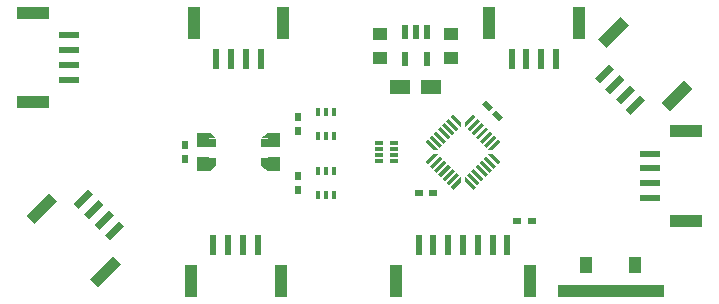
<source format=gbr>
G04 #@! TF.FileFunction,Paste,Bot*
%FSLAX46Y46*%
G04 Gerber Fmt 4.6, Leading zero omitted, Abs format (unit mm)*
G04 Created by KiCad (PCBNEW 4.0.5-e0-6337~49~ubuntu14.04.1) date Mon May 15 20:50:12 2017*
%MOMM*%
%LPD*%
G01*
G04 APERTURE LIST*
%ADD10C,0.100000*%
%ADD11R,0.600000X1.700000*%
%ADD12R,1.000000X2.700000*%
%ADD13R,1.600000X0.800000*%
%ADD14R,1.000000X1.200000*%
%ADD15R,1.700000X0.600000*%
%ADD16R,2.700000X1.000000*%
%ADD17R,1.200000X1.000000*%
%ADD18R,1.800000X1.250000*%
%ADD19R,0.800000X0.500000*%
%ADD20R,0.500000X0.800000*%
%ADD21R,0.800000X0.300000*%
%ADD22R,0.600000X1.200000*%
%ADD23R,9.000000X1.000000*%
%ADD24R,1.000000X1.400000*%
%ADD25R,0.300000X0.800000*%
G04 APERTURE END LIST*
D10*
D11*
X175625000Y-82150000D03*
X176875000Y-82150000D03*
X174375000Y-82150000D03*
X173125000Y-82150000D03*
D12*
X178800000Y-79100000D03*
X171200000Y-79100000D03*
D13*
X147300000Y-89200000D03*
X147300000Y-90800000D03*
X152700000Y-89200000D03*
X152700000Y-90800000D03*
D14*
X153000000Y-89000000D03*
X153000000Y-91000000D03*
X147000000Y-89000000D03*
X147000000Y-91000000D03*
D10*
G36*
X152550000Y-88400000D02*
X153100000Y-88800000D01*
X151900000Y-88800000D01*
X152450000Y-88400000D01*
X152550000Y-88400000D01*
X152550000Y-88400000D01*
G37*
G36*
X152450000Y-91600000D02*
X151900000Y-91200000D01*
X153100000Y-91200000D01*
X152550000Y-91600000D01*
X152450000Y-91600000D01*
X152450000Y-91600000D01*
G37*
G36*
X147550000Y-88400000D02*
X148100000Y-88800000D01*
X146900000Y-88800000D01*
X147450000Y-88400000D01*
X147550000Y-88400000D01*
X147550000Y-88400000D01*
G37*
G36*
X147450000Y-91600000D02*
X146900000Y-91200000D01*
X148100000Y-91200000D01*
X147550000Y-91600000D01*
X147450000Y-91600000D01*
X147450000Y-91600000D01*
G37*
D15*
X135650000Y-81375000D03*
X135650000Y-80125000D03*
X135650000Y-82625000D03*
X135650000Y-83875000D03*
D16*
X132600000Y-78200000D03*
X132600000Y-85800000D03*
D10*
G36*
X138568288Y-94472093D02*
X137366206Y-95674175D01*
X136941942Y-95249911D01*
X138144024Y-94047829D01*
X138568288Y-94472093D01*
X138568288Y-94472093D01*
G37*
G36*
X137684404Y-93588210D02*
X136482322Y-94790292D01*
X136058058Y-94366028D01*
X137260140Y-93163946D01*
X137684404Y-93588210D01*
X137684404Y-93588210D01*
G37*
G36*
X139452171Y-95355976D02*
X138250089Y-96558058D01*
X137825825Y-96133794D01*
X139027907Y-94931712D01*
X139452171Y-95355976D01*
X139452171Y-95355976D01*
G37*
G36*
X140336054Y-96239860D02*
X139133972Y-97441942D01*
X138709708Y-97017678D01*
X139911790Y-95815596D01*
X140336054Y-96239860D01*
X140336054Y-96239860D01*
G37*
G36*
X134661523Y-94171573D02*
X132752334Y-96080762D01*
X132045227Y-95373655D01*
X133954416Y-93464466D01*
X134661523Y-94171573D01*
X134661523Y-94171573D01*
G37*
G36*
X140035534Y-99545584D02*
X138126345Y-101454773D01*
X137419238Y-100747666D01*
X139328427Y-98838477D01*
X140035534Y-99545584D01*
X140035534Y-99545584D01*
G37*
D17*
X168000000Y-80000000D03*
X168000000Y-82000000D03*
D18*
X163700000Y-84500000D03*
X166300000Y-84500000D03*
D10*
G36*
X172383883Y-87030330D02*
X172030330Y-87383883D01*
X171464645Y-86818198D01*
X171818198Y-86464645D01*
X172383883Y-87030330D01*
X172383883Y-87030330D01*
G37*
G36*
X171535355Y-86181802D02*
X171181802Y-86535355D01*
X170616117Y-85969670D01*
X170969670Y-85616117D01*
X171535355Y-86181802D01*
X171535355Y-86181802D01*
G37*
D17*
X162000000Y-82000000D03*
X162000000Y-80000000D03*
D19*
X173600000Y-95800000D03*
X174800000Y-95800000D03*
D11*
X150625000Y-82150000D03*
X151875000Y-82150000D03*
X149375000Y-82150000D03*
X148125000Y-82150000D03*
D12*
X153800000Y-79100000D03*
X146200000Y-79100000D03*
D11*
X149125000Y-97850000D03*
X147875000Y-97850000D03*
X150375000Y-97850000D03*
X151625000Y-97850000D03*
D12*
X145950000Y-100900000D03*
X153550000Y-100900000D03*
D10*
G36*
X181931712Y-85527907D02*
X183133794Y-84325825D01*
X183558058Y-84750089D01*
X182355976Y-85952171D01*
X181931712Y-85527907D01*
X181931712Y-85527907D01*
G37*
G36*
X182815596Y-86411790D02*
X184017678Y-85209708D01*
X184441942Y-85633972D01*
X183239860Y-86836054D01*
X182815596Y-86411790D01*
X182815596Y-86411790D01*
G37*
G36*
X181047829Y-84644024D02*
X182249911Y-83441942D01*
X182674175Y-83866206D01*
X181472093Y-85068288D01*
X181047829Y-84644024D01*
X181047829Y-84644024D01*
G37*
G36*
X180163946Y-83760140D02*
X181366028Y-82558058D01*
X181790292Y-82982322D01*
X180588210Y-84184404D01*
X180163946Y-83760140D01*
X180163946Y-83760140D01*
G37*
G36*
X185838477Y-85828427D02*
X187747666Y-83919238D01*
X188454773Y-84626345D01*
X186545584Y-86535534D01*
X185838477Y-85828427D01*
X185838477Y-85828427D01*
G37*
G36*
X180464466Y-80454416D02*
X182373655Y-78545227D01*
X183080762Y-79252334D01*
X181171573Y-81161523D01*
X180464466Y-80454416D01*
X180464466Y-80454416D01*
G37*
D15*
X184850000Y-92625000D03*
X184850000Y-93875000D03*
X184850000Y-91375000D03*
X184850000Y-90125000D03*
D16*
X187900000Y-95800000D03*
X187900000Y-88200000D03*
D20*
X155000000Y-92000000D03*
X155000000Y-93200000D03*
X155000000Y-88200000D03*
X155000000Y-87000000D03*
X145500000Y-90600000D03*
X145500000Y-89400000D03*
D19*
X166500000Y-93500000D03*
X165300000Y-93500000D03*
D21*
X163150000Y-90750000D03*
X163150000Y-90250000D03*
X163150000Y-89750000D03*
X163150000Y-89250000D03*
X161850000Y-89250000D03*
X161850000Y-89750000D03*
X161850000Y-90250000D03*
X161850000Y-90750000D03*
D22*
X165000000Y-79850000D03*
X164050000Y-79850000D03*
X165950000Y-79850000D03*
X165950000Y-82150000D03*
X164050000Y-82150000D03*
D10*
G36*
X167946353Y-92958215D02*
X168582749Y-92321819D01*
X168794881Y-92533951D01*
X168158485Y-93170347D01*
X167946353Y-92958215D01*
X167946353Y-92958215D01*
G37*
G36*
X167592800Y-92604662D02*
X168441328Y-91756134D01*
X168653460Y-91968266D01*
X167804932Y-92816794D01*
X167592800Y-92604662D01*
X167592800Y-92604662D01*
G37*
G36*
X167239246Y-92251108D02*
X168087774Y-91402580D01*
X168299906Y-91614712D01*
X167451378Y-92463240D01*
X167239246Y-92251108D01*
X167239246Y-92251108D01*
G37*
G36*
X166885693Y-91897555D02*
X167734221Y-91049027D01*
X167946353Y-91261159D01*
X167097825Y-92109687D01*
X166885693Y-91897555D01*
X166885693Y-91897555D01*
G37*
G36*
X166532139Y-91544002D02*
X167380667Y-90695474D01*
X167592799Y-90907606D01*
X166744271Y-91756134D01*
X166532139Y-91544002D01*
X166532139Y-91544002D01*
G37*
G36*
X166178586Y-91190448D02*
X167027114Y-90341920D01*
X167239246Y-90554052D01*
X166390718Y-91402580D01*
X166178586Y-91190448D01*
X166178586Y-91190448D01*
G37*
G36*
X165825033Y-90836895D02*
X166461429Y-90200499D01*
X166673561Y-90412631D01*
X166037165Y-91049027D01*
X165825033Y-90836895D01*
X165825033Y-90836895D01*
G37*
G36*
X166037165Y-88927707D02*
X166673561Y-89564103D01*
X166461429Y-89776235D01*
X165825033Y-89139839D01*
X166037165Y-88927707D01*
X166037165Y-88927707D01*
G37*
G36*
X166390718Y-88574153D02*
X167239246Y-89422681D01*
X167027114Y-89634813D01*
X166178586Y-88786285D01*
X166390718Y-88574153D01*
X166390718Y-88574153D01*
G37*
G36*
X166744271Y-88220600D02*
X167592799Y-89069128D01*
X167380667Y-89281260D01*
X166532139Y-88432732D01*
X166744271Y-88220600D01*
X166744271Y-88220600D01*
G37*
G36*
X167097825Y-87867046D02*
X167946353Y-88715574D01*
X167734221Y-88927706D01*
X166885693Y-88079178D01*
X167097825Y-87867046D01*
X167097825Y-87867046D01*
G37*
G36*
X167451378Y-87513493D02*
X168299906Y-88362021D01*
X168087774Y-88574153D01*
X167239246Y-87725625D01*
X167451378Y-87513493D01*
X167451378Y-87513493D01*
G37*
G36*
X167804932Y-87159940D02*
X168653460Y-88008468D01*
X168441328Y-88220600D01*
X167592800Y-87372072D01*
X167804932Y-87159940D01*
X167804932Y-87159940D01*
G37*
G36*
X168158485Y-86806386D02*
X168794881Y-87442782D01*
X168582749Y-87654914D01*
X167946353Y-87018518D01*
X168158485Y-86806386D01*
X168158485Y-86806386D01*
G37*
G36*
X169219145Y-87442782D02*
X169855541Y-86806386D01*
X170067673Y-87018518D01*
X169431277Y-87654914D01*
X169219145Y-87442782D01*
X169219145Y-87442782D01*
G37*
G36*
X169360567Y-88008468D02*
X170209095Y-87159940D01*
X170421227Y-87372072D01*
X169572699Y-88220600D01*
X169360567Y-88008468D01*
X169360567Y-88008468D01*
G37*
G36*
X169714120Y-88362021D02*
X170562648Y-87513493D01*
X170774780Y-87725625D01*
X169926252Y-88574153D01*
X169714120Y-88362021D01*
X169714120Y-88362021D01*
G37*
G36*
X170067673Y-88715574D02*
X170916201Y-87867046D01*
X171128333Y-88079178D01*
X170279805Y-88927706D01*
X170067673Y-88715574D01*
X170067673Y-88715574D01*
G37*
G36*
X170421227Y-89069128D02*
X171269755Y-88220600D01*
X171481887Y-88432732D01*
X170633359Y-89281260D01*
X170421227Y-89069128D01*
X170421227Y-89069128D01*
G37*
G36*
X170774780Y-89422681D02*
X171623308Y-88574153D01*
X171835440Y-88786285D01*
X170986912Y-89634813D01*
X170774780Y-89422681D01*
X170774780Y-89422681D01*
G37*
G36*
X171340466Y-89564103D02*
X171976862Y-88927707D01*
X172188994Y-89139839D01*
X171552598Y-89776235D01*
X171340466Y-89564103D01*
X171340466Y-89564103D01*
G37*
G36*
X171552598Y-90200499D02*
X172188994Y-90836895D01*
X171976862Y-91049027D01*
X171340466Y-90412631D01*
X171552598Y-90200499D01*
X171552598Y-90200499D01*
G37*
G36*
X170986912Y-90341920D02*
X171835440Y-91190448D01*
X171623308Y-91402580D01*
X170774780Y-90554052D01*
X170986912Y-90341920D01*
X170986912Y-90341920D01*
G37*
G36*
X170633359Y-90695474D02*
X171481887Y-91544002D01*
X171269755Y-91756134D01*
X170421227Y-90907606D01*
X170633359Y-90695474D01*
X170633359Y-90695474D01*
G37*
G36*
X170279805Y-91049027D02*
X171128333Y-91897555D01*
X170916201Y-92109687D01*
X170067673Y-91261159D01*
X170279805Y-91049027D01*
X170279805Y-91049027D01*
G37*
G36*
X169926252Y-91402580D02*
X170774780Y-92251108D01*
X170562648Y-92463240D01*
X169714120Y-91614712D01*
X169926252Y-91402580D01*
X169926252Y-91402580D01*
G37*
G36*
X169572699Y-91756134D02*
X170421227Y-92604662D01*
X170209095Y-92816794D01*
X169360567Y-91968266D01*
X169572699Y-91756134D01*
X169572699Y-91756134D01*
G37*
G36*
X169431277Y-92321819D02*
X170067673Y-92958215D01*
X169855541Y-93170347D01*
X169219145Y-92533951D01*
X169431277Y-92321819D01*
X169431277Y-92321819D01*
G37*
G36*
X168264551Y-92640017D02*
X168830237Y-92074331D01*
X168830237Y-92498595D01*
X168688815Y-92640017D01*
X168264551Y-92640017D01*
X168264551Y-92640017D01*
G37*
G36*
X169183789Y-92074331D02*
X169749475Y-92640017D01*
X169325211Y-92640017D01*
X169183789Y-92498595D01*
X169183789Y-92074331D01*
X169183789Y-92074331D01*
G37*
G36*
X168830237Y-87902402D02*
X168264551Y-87336716D01*
X168688815Y-87336716D01*
X168830237Y-87478138D01*
X168830237Y-87902402D01*
X168830237Y-87902402D01*
G37*
G36*
X169749475Y-87336716D02*
X169183789Y-87902402D01*
X169183789Y-87478138D01*
X169325211Y-87336716D01*
X169749475Y-87336716D01*
X169749475Y-87336716D01*
G37*
G36*
X166921048Y-90165143D02*
X166355362Y-90730829D01*
X166355362Y-90306565D01*
X166496784Y-90165143D01*
X166921048Y-90165143D01*
X166921048Y-90165143D01*
G37*
G36*
X166355362Y-89245904D02*
X166921048Y-89811590D01*
X166496784Y-89811590D01*
X166355362Y-89670168D01*
X166355362Y-89245904D01*
X166355362Y-89245904D01*
G37*
G36*
X171092978Y-89811590D02*
X171658664Y-89245904D01*
X171658664Y-89670168D01*
X171517242Y-89811590D01*
X171092978Y-89811590D01*
X171092978Y-89811590D01*
G37*
G36*
X171658664Y-90730829D02*
X171092978Y-90165143D01*
X171517242Y-90165143D01*
X171658664Y-90306565D01*
X171658664Y-90730829D01*
X171658664Y-90730829D01*
G37*
D23*
X181500000Y-101750000D03*
D24*
X183600000Y-99600000D03*
X179400000Y-99600000D03*
D25*
X158050000Y-88600000D03*
X157400000Y-88600000D03*
X156750000Y-88600000D03*
X156750000Y-86600000D03*
X157400000Y-86600000D03*
X158050000Y-86600000D03*
X156750000Y-91600000D03*
X157400000Y-91600000D03*
X158050000Y-91600000D03*
X158050000Y-93600000D03*
X157400000Y-93600000D03*
X156750000Y-93600000D03*
D11*
X170250000Y-97850000D03*
X169000000Y-97850000D03*
X171500000Y-97850000D03*
X172750000Y-97850000D03*
D12*
X163325000Y-100900000D03*
X174675000Y-100900000D03*
D11*
X167750000Y-97850000D03*
X166500000Y-97850000D03*
X165250000Y-97850000D03*
M02*

</source>
